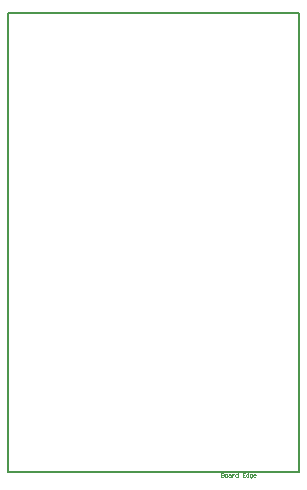
<source format=gm1>
G04*
G04 #@! TF.GenerationSoftware,Altium Limited,Altium Designer,21.2.2 (38)*
G04*
G04 Layer_Color=16711935*
%FSLAX25Y25*%
%MOIN*%
G70*
G04*
G04 #@! TF.SameCoordinates,88AEB5F1-5359-4116-BBE0-5A4BCC55C554*
G04*
G04*
G04 #@! TF.FilePolarity,Positive*
G04*
G01*
G75*
%ADD11C,0.00394*%
%ADD54C,0.00600*%
%ADD55C,0.00315*%
D11*
X58499Y86D02*
X95901D01*
D54*
X0Y0D02*
Y153000D01*
X97000D01*
Y0D02*
Y153000D01*
X0Y0D02*
X97000D01*
D55*
X71029Y-525D02*
Y-1705D01*
X71619D01*
X71816Y-1509D01*
Y-1312D01*
X71619Y-1115D01*
X71029D01*
X71619D01*
X71816Y-918D01*
Y-722D01*
X71619Y-525D01*
X71029D01*
X72406Y-1705D02*
X72800D01*
X72997Y-1509D01*
Y-1115D01*
X72800Y-918D01*
X72406D01*
X72210Y-1115D01*
Y-1509D01*
X72406Y-1705D01*
X73587Y-918D02*
X73980D01*
X74177Y-1115D01*
Y-1705D01*
X73587D01*
X73390Y-1509D01*
X73587Y-1312D01*
X74177D01*
X74571Y-918D02*
Y-1705D01*
Y-1312D01*
X74768Y-1115D01*
X74964Y-918D01*
X75161D01*
X76539Y-525D02*
Y-1705D01*
X75948D01*
X75752Y-1509D01*
Y-1115D01*
X75948Y-918D01*
X76539D01*
X78900Y-525D02*
X78113D01*
Y-1705D01*
X78900D01*
X78113Y-1115D02*
X78507D01*
X80081Y-525D02*
Y-1705D01*
X79491D01*
X79294Y-1509D01*
Y-1115D01*
X79491Y-918D01*
X80081D01*
X80868Y-2099D02*
X81065D01*
X81262Y-1902D01*
Y-918D01*
X80671D01*
X80475Y-1115D01*
Y-1509D01*
X80671Y-1705D01*
X81262D01*
X82246D02*
X81852D01*
X81655Y-1509D01*
Y-1115D01*
X81852Y-918D01*
X82246D01*
X82442Y-1115D01*
Y-1312D01*
X81655D01*
M02*

</source>
